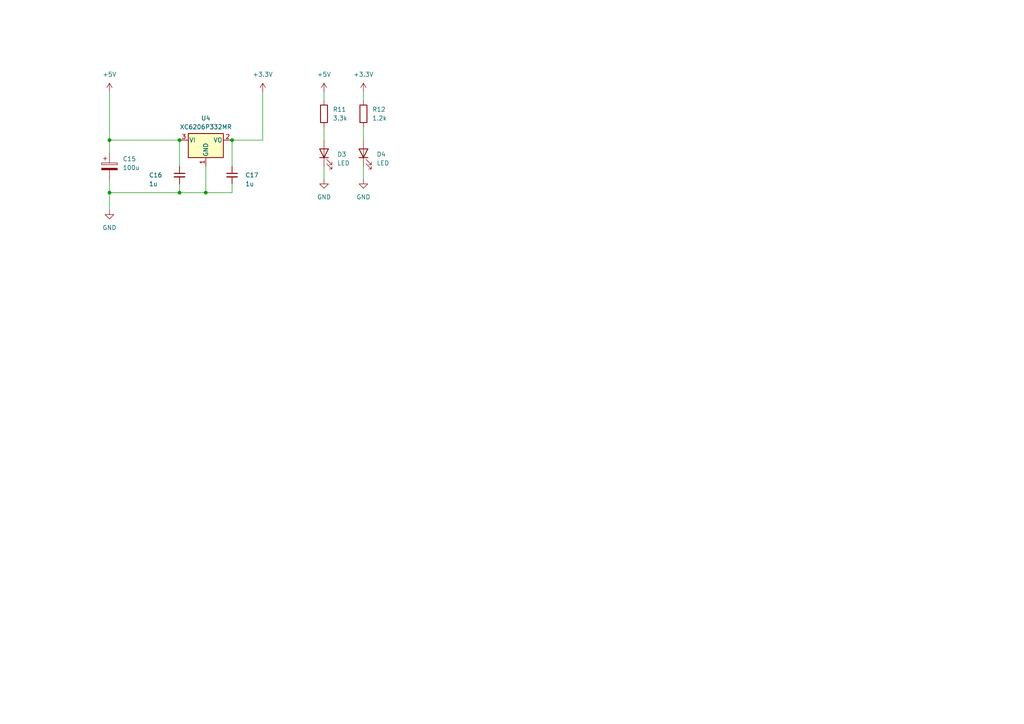
<source format=kicad_sch>
(kicad_sch (version 20230121) (generator eeschema)

  (uuid a58ec12c-fdde-4837-9b9a-1e83e0cbb2cf)

  (paper "A4")

  (lib_symbols
    (symbol "Device:C_Polarized" (pin_numbers hide) (pin_names (offset 0.254)) (in_bom yes) (on_board yes)
      (property "Reference" "C" (at 0.635 2.54 0)
        (effects (font (size 1.27 1.27)) (justify left))
      )
      (property "Value" "C_Polarized" (at 0.635 -2.54 0)
        (effects (font (size 1.27 1.27)) (justify left))
      )
      (property "Footprint" "" (at 0.9652 -3.81 0)
        (effects (font (size 1.27 1.27)) hide)
      )
      (property "Datasheet" "~" (at 0 0 0)
        (effects (font (size 1.27 1.27)) hide)
      )
      (property "ki_keywords" "cap capacitor" (at 0 0 0)
        (effects (font (size 1.27 1.27)) hide)
      )
      (property "ki_description" "Polarized capacitor" (at 0 0 0)
        (effects (font (size 1.27 1.27)) hide)
      )
      (property "ki_fp_filters" "CP_*" (at 0 0 0)
        (effects (font (size 1.27 1.27)) hide)
      )
      (symbol "C_Polarized_0_1"
        (rectangle (start -2.286 0.508) (end 2.286 1.016)
          (stroke (width 0) (type default))
          (fill (type none))
        )
        (polyline
          (pts
            (xy -1.778 2.286)
            (xy -0.762 2.286)
          )
          (stroke (width 0) (type default))
          (fill (type none))
        )
        (polyline
          (pts
            (xy -1.27 2.794)
            (xy -1.27 1.778)
          )
          (stroke (width 0) (type default))
          (fill (type none))
        )
        (rectangle (start 2.286 -0.508) (end -2.286 -1.016)
          (stroke (width 0) (type default))
          (fill (type outline))
        )
      )
      (symbol "C_Polarized_1_1"
        (pin passive line (at 0 3.81 270) (length 2.794)
          (name "~" (effects (font (size 1.27 1.27))))
          (number "1" (effects (font (size 1.27 1.27))))
        )
        (pin passive line (at 0 -3.81 90) (length 2.794)
          (name "~" (effects (font (size 1.27 1.27))))
          (number "2" (effects (font (size 1.27 1.27))))
        )
      )
    )
    (symbol "Device:C_Small" (pin_numbers hide) (pin_names (offset 0.254) hide) (in_bom yes) (on_board yes)
      (property "Reference" "C" (at 0.254 1.778 0)
        (effects (font (size 1.27 1.27)) (justify left))
      )
      (property "Value" "C_Small" (at 0.254 -2.032 0)
        (effects (font (size 1.27 1.27)) (justify left))
      )
      (property "Footprint" "" (at 0 0 0)
        (effects (font (size 1.27 1.27)) hide)
      )
      (property "Datasheet" "~" (at 0 0 0)
        (effects (font (size 1.27 1.27)) hide)
      )
      (property "ki_keywords" "capacitor cap" (at 0 0 0)
        (effects (font (size 1.27 1.27)) hide)
      )
      (property "ki_description" "Unpolarized capacitor, small symbol" (at 0 0 0)
        (effects (font (size 1.27 1.27)) hide)
      )
      (property "ki_fp_filters" "C_*" (at 0 0 0)
        (effects (font (size 1.27 1.27)) hide)
      )
      (symbol "C_Small_0_1"
        (polyline
          (pts
            (xy -1.524 -0.508)
            (xy 1.524 -0.508)
          )
          (stroke (width 0.3302) (type default))
          (fill (type none))
        )
        (polyline
          (pts
            (xy -1.524 0.508)
            (xy 1.524 0.508)
          )
          (stroke (width 0.3048) (type default))
          (fill (type none))
        )
      )
      (symbol "C_Small_1_1"
        (pin passive line (at 0 2.54 270) (length 2.032)
          (name "~" (effects (font (size 1.27 1.27))))
          (number "1" (effects (font (size 1.27 1.27))))
        )
        (pin passive line (at 0 -2.54 90) (length 2.032)
          (name "~" (effects (font (size 1.27 1.27))))
          (number "2" (effects (font (size 1.27 1.27))))
        )
      )
    )
    (symbol "Device:LED" (pin_numbers hide) (pin_names (offset 1.016) hide) (in_bom yes) (on_board yes)
      (property "Reference" "D" (at 0 2.54 0)
        (effects (font (size 1.27 1.27)))
      )
      (property "Value" "LED" (at 0 -2.54 0)
        (effects (font (size 1.27 1.27)))
      )
      (property "Footprint" "" (at 0 0 0)
        (effects (font (size 1.27 1.27)) hide)
      )
      (property "Datasheet" "~" (at 0 0 0)
        (effects (font (size 1.27 1.27)) hide)
      )
      (property "ki_keywords" "LED diode" (at 0 0 0)
        (effects (font (size 1.27 1.27)) hide)
      )
      (property "ki_description" "Light emitting diode" (at 0 0 0)
        (effects (font (size 1.27 1.27)) hide)
      )
      (property "ki_fp_filters" "LED* LED_SMD:* LED_THT:*" (at 0 0 0)
        (effects (font (size 1.27 1.27)) hide)
      )
      (symbol "LED_0_1"
        (polyline
          (pts
            (xy -1.27 -1.27)
            (xy -1.27 1.27)
          )
          (stroke (width 0.254) (type default))
          (fill (type none))
        )
        (polyline
          (pts
            (xy -1.27 0)
            (xy 1.27 0)
          )
          (stroke (width 0) (type default))
          (fill (type none))
        )
        (polyline
          (pts
            (xy 1.27 -1.27)
            (xy 1.27 1.27)
            (xy -1.27 0)
            (xy 1.27 -1.27)
          )
          (stroke (width 0.254) (type default))
          (fill (type none))
        )
        (polyline
          (pts
            (xy -3.048 -0.762)
            (xy -4.572 -2.286)
            (xy -3.81 -2.286)
            (xy -4.572 -2.286)
            (xy -4.572 -1.524)
          )
          (stroke (width 0) (type default))
          (fill (type none))
        )
        (polyline
          (pts
            (xy -1.778 -0.762)
            (xy -3.302 -2.286)
            (xy -2.54 -2.286)
            (xy -3.302 -2.286)
            (xy -3.302 -1.524)
          )
          (stroke (width 0) (type default))
          (fill (type none))
        )
      )
      (symbol "LED_1_1"
        (pin passive line (at -3.81 0 0) (length 2.54)
          (name "K" (effects (font (size 1.27 1.27))))
          (number "1" (effects (font (size 1.27 1.27))))
        )
        (pin passive line (at 3.81 0 180) (length 2.54)
          (name "A" (effects (font (size 1.27 1.27))))
          (number "2" (effects (font (size 1.27 1.27))))
        )
      )
    )
    (symbol "Device:R" (pin_numbers hide) (pin_names (offset 0)) (in_bom yes) (on_board yes)
      (property "Reference" "R" (at 2.032 0 90)
        (effects (font (size 1.27 1.27)))
      )
      (property "Value" "R" (at 0 0 90)
        (effects (font (size 1.27 1.27)))
      )
      (property "Footprint" "" (at -1.778 0 90)
        (effects (font (size 1.27 1.27)) hide)
      )
      (property "Datasheet" "~" (at 0 0 0)
        (effects (font (size 1.27 1.27)) hide)
      )
      (property "ki_keywords" "R res resistor" (at 0 0 0)
        (effects (font (size 1.27 1.27)) hide)
      )
      (property "ki_description" "Resistor" (at 0 0 0)
        (effects (font (size 1.27 1.27)) hide)
      )
      (property "ki_fp_filters" "R_*" (at 0 0 0)
        (effects (font (size 1.27 1.27)) hide)
      )
      (symbol "R_0_1"
        (rectangle (start -1.016 -2.54) (end 1.016 2.54)
          (stroke (width 0.254) (type default))
          (fill (type none))
        )
      )
      (symbol "R_1_1"
        (pin passive line (at 0 3.81 270) (length 1.27)
          (name "~" (effects (font (size 1.27 1.27))))
          (number "1" (effects (font (size 1.27 1.27))))
        )
        (pin passive line (at 0 -3.81 90) (length 1.27)
          (name "~" (effects (font (size 1.27 1.27))))
          (number "2" (effects (font (size 1.27 1.27))))
        )
      )
    )
    (symbol "Regulator_Linear:XC6206PxxxMR" (pin_names (offset 0.254)) (in_bom yes) (on_board yes)
      (property "Reference" "U" (at -3.81 3.175 0)
        (effects (font (size 1.27 1.27)))
      )
      (property "Value" "XC6206PxxxMR" (at 0 3.175 0)
        (effects (font (size 1.27 1.27)) (justify left))
      )
      (property "Footprint" "Package_TO_SOT_SMD:SOT-23-3" (at 0 5.715 0)
        (effects (font (size 1.27 1.27) italic) hide)
      )
      (property "Datasheet" "https://www.torexsemi.com/file/xc6206/XC6206.pdf" (at 0 0 0)
        (effects (font (size 1.27 1.27)) hide)
      )
      (property "ki_keywords" "Torex LDO Voltage Regulator Fixed Positive" (at 0 0 0)
        (effects (font (size 1.27 1.27)) hide)
      )
      (property "ki_description" "Positive 60-250mA Low Dropout Regulator, Fixed Output, SOT-23" (at 0 0 0)
        (effects (font (size 1.27 1.27)) hide)
      )
      (property "ki_fp_filters" "SOT?23?3*" (at 0 0 0)
        (effects (font (size 1.27 1.27)) hide)
      )
      (symbol "XC6206PxxxMR_0_1"
        (rectangle (start -5.08 1.905) (end 5.08 -5.08)
          (stroke (width 0.254) (type default))
          (fill (type background))
        )
      )
      (symbol "XC6206PxxxMR_1_1"
        (pin power_in line (at 0 -7.62 90) (length 2.54)
          (name "GND" (effects (font (size 1.27 1.27))))
          (number "1" (effects (font (size 1.27 1.27))))
        )
        (pin power_out line (at 7.62 0 180) (length 2.54)
          (name "VO" (effects (font (size 1.27 1.27))))
          (number "2" (effects (font (size 1.27 1.27))))
        )
        (pin power_in line (at -7.62 0 0) (length 2.54)
          (name "VI" (effects (font (size 1.27 1.27))))
          (number "3" (effects (font (size 1.27 1.27))))
        )
      )
    )
    (symbol "power:+3.3V" (power) (pin_names (offset 0)) (in_bom yes) (on_board yes)
      (property "Reference" "#PWR" (at 0 -3.81 0)
        (effects (font (size 1.27 1.27)) hide)
      )
      (property "Value" "+3.3V" (at 0 3.556 0)
        (effects (font (size 1.27 1.27)))
      )
      (property "Footprint" "" (at 0 0 0)
        (effects (font (size 1.27 1.27)) hide)
      )
      (property "Datasheet" "" (at 0 0 0)
        (effects (font (size 1.27 1.27)) hide)
      )
      (property "ki_keywords" "global power" (at 0 0 0)
        (effects (font (size 1.27 1.27)) hide)
      )
      (property "ki_description" "Power symbol creates a global label with name \"+3.3V\"" (at 0 0 0)
        (effects (font (size 1.27 1.27)) hide)
      )
      (symbol "+3.3V_0_1"
        (polyline
          (pts
            (xy -0.762 1.27)
            (xy 0 2.54)
          )
          (stroke (width 0) (type default))
          (fill (type none))
        )
        (polyline
          (pts
            (xy 0 0)
            (xy 0 2.54)
          )
          (stroke (width 0) (type default))
          (fill (type none))
        )
        (polyline
          (pts
            (xy 0 2.54)
            (xy 0.762 1.27)
          )
          (stroke (width 0) (type default))
          (fill (type none))
        )
      )
      (symbol "+3.3V_1_1"
        (pin power_in line (at 0 0 90) (length 0) hide
          (name "+3.3V" (effects (font (size 1.27 1.27))))
          (number "1" (effects (font (size 1.27 1.27))))
        )
      )
    )
    (symbol "power:+5V" (power) (pin_names (offset 0)) (in_bom yes) (on_board yes)
      (property "Reference" "#PWR" (at 0 -3.81 0)
        (effects (font (size 1.27 1.27)) hide)
      )
      (property "Value" "+5V" (at 0 3.556 0)
        (effects (font (size 1.27 1.27)))
      )
      (property "Footprint" "" (at 0 0 0)
        (effects (font (size 1.27 1.27)) hide)
      )
      (property "Datasheet" "" (at 0 0 0)
        (effects (font (size 1.27 1.27)) hide)
      )
      (property "ki_keywords" "global power" (at 0 0 0)
        (effects (font (size 1.27 1.27)) hide)
      )
      (property "ki_description" "Power symbol creates a global label with name \"+5V\"" (at 0 0 0)
        (effects (font (size 1.27 1.27)) hide)
      )
      (symbol "+5V_0_1"
        (polyline
          (pts
            (xy -0.762 1.27)
            (xy 0 2.54)
          )
          (stroke (width 0) (type default))
          (fill (type none))
        )
        (polyline
          (pts
            (xy 0 0)
            (xy 0 2.54)
          )
          (stroke (width 0) (type default))
          (fill (type none))
        )
        (polyline
          (pts
            (xy 0 2.54)
            (xy 0.762 1.27)
          )
          (stroke (width 0) (type default))
          (fill (type none))
        )
      )
      (symbol "+5V_1_1"
        (pin power_in line (at 0 0 90) (length 0) hide
          (name "+5V" (effects (font (size 1.27 1.27))))
          (number "1" (effects (font (size 1.27 1.27))))
        )
      )
    )
    (symbol "power:GND" (power) (pin_names (offset 0)) (in_bom yes) (on_board yes)
      (property "Reference" "#PWR" (at 0 -6.35 0)
        (effects (font (size 1.27 1.27)) hide)
      )
      (property "Value" "GND" (at 0 -3.81 0)
        (effects (font (size 1.27 1.27)))
      )
      (property "Footprint" "" (at 0 0 0)
        (effects (font (size 1.27 1.27)) hide)
      )
      (property "Datasheet" "" (at 0 0 0)
        (effects (font (size 1.27 1.27)) hide)
      )
      (property "ki_keywords" "global power" (at 0 0 0)
        (effects (font (size 1.27 1.27)) hide)
      )
      (property "ki_description" "Power symbol creates a global label with name \"GND\" , ground" (at 0 0 0)
        (effects (font (size 1.27 1.27)) hide)
      )
      (symbol "GND_0_1"
        (polyline
          (pts
            (xy 0 0)
            (xy 0 -1.27)
            (xy 1.27 -1.27)
            (xy 0 -2.54)
            (xy -1.27 -1.27)
            (xy 0 -1.27)
          )
          (stroke (width 0) (type default))
          (fill (type none))
        )
      )
      (symbol "GND_1_1"
        (pin power_in line (at 0 0 270) (length 0) hide
          (name "GND" (effects (font (size 1.27 1.27))))
          (number "1" (effects (font (size 1.27 1.27))))
        )
      )
    )
  )

  (junction (at 31.75 40.64) (diameter 0) (color 0 0 0 0)
    (uuid 08151bcb-6104-4981-b4c0-6224448dd2cd)
  )
  (junction (at 59.69 55.88) (diameter 0) (color 0 0 0 0)
    (uuid 2365cf9c-d301-4ac9-9fad-5735d6663efe)
  )
  (junction (at 31.75 55.88) (diameter 0) (color 0 0 0 0)
    (uuid 73cee10b-3bff-418d-9d20-4924aae4fbb1)
  )
  (junction (at 52.07 40.64) (diameter 0) (color 0 0 0 0)
    (uuid 8b224211-8385-408c-a384-fcbf3b0c1cd7)
  )
  (junction (at 67.31 40.64) (diameter 0) (color 0 0 0 0)
    (uuid a33d8f3b-2f1d-4035-ada6-86ba7a112229)
  )
  (junction (at 52.07 55.88) (diameter 0) (color 0 0 0 0)
    (uuid c4b67a7d-aa75-4a92-b073-46f7b78f453d)
  )

  (wire (pts (xy 105.41 36.83) (xy 105.41 40.64))
    (stroke (width 0) (type default))
    (uuid 104de713-80db-49e3-b3c7-e781e9b0af63)
  )
  (wire (pts (xy 52.07 55.88) (xy 31.75 55.88))
    (stroke (width 0) (type default))
    (uuid 1d0647b5-2007-4ec5-8c4e-1c0667f408bd)
  )
  (wire (pts (xy 31.75 40.64) (xy 31.75 44.45))
    (stroke (width 0) (type default))
    (uuid 2694f2f0-8893-47d4-b606-bf33a1a910d3)
  )
  (wire (pts (xy 31.75 52.07) (xy 31.75 55.88))
    (stroke (width 0) (type default))
    (uuid 26a84f57-a0cd-4da6-8f42-7e8c895fdf62)
  )
  (wire (pts (xy 93.98 48.26) (xy 93.98 52.07))
    (stroke (width 0) (type default))
    (uuid 352693ad-e013-4665-ba1f-f78a651cbd4d)
  )
  (wire (pts (xy 67.31 53.34) (xy 67.31 55.88))
    (stroke (width 0) (type default))
    (uuid 3842c87d-4127-42ce-a19f-22ccc174b616)
  )
  (wire (pts (xy 67.31 55.88) (xy 59.69 55.88))
    (stroke (width 0) (type default))
    (uuid 44d6eddb-75fa-4262-994a-7df595965a84)
  )
  (wire (pts (xy 76.2 40.64) (xy 67.31 40.64))
    (stroke (width 0) (type default))
    (uuid 4c743744-a943-4c80-8eb7-2875c4f9fb4d)
  )
  (wire (pts (xy 59.69 48.26) (xy 59.69 55.88))
    (stroke (width 0) (type default))
    (uuid 5f243130-940d-402d-a18e-33096d068282)
  )
  (wire (pts (xy 31.75 55.88) (xy 31.75 60.96))
    (stroke (width 0) (type default))
    (uuid 8fe5de73-6236-42fe-a5ea-dc39bfc7f122)
  )
  (wire (pts (xy 93.98 26.67) (xy 93.98 29.21))
    (stroke (width 0) (type default))
    (uuid a7f1a181-3d75-4751-9775-3273770df705)
  )
  (wire (pts (xy 31.75 26.67) (xy 31.75 40.64))
    (stroke (width 0) (type default))
    (uuid c5d8e328-0526-4bc0-b31d-0d8adbfe18cc)
  )
  (wire (pts (xy 31.75 40.64) (xy 52.07 40.64))
    (stroke (width 0) (type default))
    (uuid c6adcd30-5df1-4528-8403-3ff7239f2cfe)
  )
  (wire (pts (xy 52.07 40.64) (xy 52.07 48.26))
    (stroke (width 0) (type default))
    (uuid c704d2fd-8874-4189-b2ea-e51abb469533)
  )
  (wire (pts (xy 59.69 55.88) (xy 52.07 55.88))
    (stroke (width 0) (type default))
    (uuid c8d31881-5d9e-425e-8372-4ee6d742d6a6)
  )
  (wire (pts (xy 67.31 40.64) (xy 67.31 48.26))
    (stroke (width 0) (type default))
    (uuid cf5beb67-ab1a-447a-8f57-d06a38a583cd)
  )
  (wire (pts (xy 93.98 36.83) (xy 93.98 40.64))
    (stroke (width 0) (type default))
    (uuid d1e75179-03ae-4965-9d00-898400a1d2a5)
  )
  (wire (pts (xy 52.07 53.34) (xy 52.07 55.88))
    (stroke (width 0) (type default))
    (uuid db11646d-fb43-448e-a017-0ee3eba76d04)
  )
  (wire (pts (xy 76.2 26.67) (xy 76.2 40.64))
    (stroke (width 0) (type default))
    (uuid e3f5dd63-89a7-4ca7-96b3-7174ff382663)
  )
  (wire (pts (xy 105.41 26.67) (xy 105.41 29.21))
    (stroke (width 0) (type default))
    (uuid eeeb8a26-e7cb-410e-a33f-a4c9d58d3246)
  )
  (wire (pts (xy 105.41 48.26) (xy 105.41 52.07))
    (stroke (width 0) (type default))
    (uuid f0c77352-8afa-402f-a6ea-7261c90260e8)
  )

  (symbol (lib_id "power:GND") (at 105.41 52.07 0) (unit 1)
    (in_bom yes) (on_board yes) (dnp no) (fields_autoplaced)
    (uuid 0eb8542a-8127-40d9-8f28-e83747cb4714)
    (property "Reference" "#PWR034" (at 105.41 58.42 0)
      (effects (font (size 1.27 1.27)) hide)
    )
    (property "Value" "GND" (at 105.41 57.15 0)
      (effects (font (size 1.27 1.27)))
    )
    (property "Footprint" "" (at 105.41 52.07 0)
      (effects (font (size 1.27 1.27)) hide)
    )
    (property "Datasheet" "" (at 105.41 52.07 0)
      (effects (font (size 1.27 1.27)) hide)
    )
    (pin "1" (uuid 7857ca04-a0f6-4eb9-8080-fbde37ae2480))
    (instances
      (project "tsukuba_challenge"
        (path "/55f88ae9-9831-47be-a185-734020e38c84/e06149c2-c1e9-4f0e-85ba-d98bc223faee"
          (reference "#PWR034") (unit 1)
        )
      )
      (project "aif_io"
        (path "/9a9f4147-6bcd-4827-a5d0-695037b8e97b/432b3ace-d48f-48cf-80c3-5acb0b1236ed"
          (reference "#PWR039") (unit 1)
        )
      )
    )
  )

  (symbol (lib_id "Device:R") (at 93.98 33.02 0) (unit 1)
    (in_bom yes) (on_board yes) (dnp no) (fields_autoplaced)
    (uuid 41296c09-42e1-417c-aa39-6f1294396c7b)
    (property "Reference" "R11" (at 96.52 31.75 0)
      (effects (font (size 1.27 1.27)) (justify left))
    )
    (property "Value" "3.3k" (at 96.52 34.29 0)
      (effects (font (size 1.27 1.27)) (justify left))
    )
    (property "Footprint" "Resistor_SMD:R_0603_1608Metric" (at 92.202 33.02 90)
      (effects (font (size 1.27 1.27)) hide)
    )
    (property "Datasheet" "~" (at 93.98 33.02 0)
      (effects (font (size 1.27 1.27)) hide)
    )
    (property "LCSC" "C22978" (at 93.98 33.02 0)
      (effects (font (size 1.27 1.27)) hide)
    )
    (pin "1" (uuid 2dbfabe9-fae1-4cc6-a1b3-adb0e93a546c))
    (pin "2" (uuid d0427ada-c0a4-490e-984a-aaa1eea85631))
    (instances
      (project "tsukuba_challenge"
        (path "/55f88ae9-9831-47be-a185-734020e38c84/e06149c2-c1e9-4f0e-85ba-d98bc223faee"
          (reference "R11") (unit 1)
        )
      )
      (project "aif_io"
        (path "/9a9f4147-6bcd-4827-a5d0-695037b8e97b/432b3ace-d48f-48cf-80c3-5acb0b1236ed"
          (reference "R12") (unit 1)
        )
      )
    )
  )

  (symbol (lib_id "power:GND") (at 31.75 60.96 0) (unit 1)
    (in_bom yes) (on_board yes) (dnp no) (fields_autoplaced)
    (uuid 41fbd1e9-b5bc-4eeb-b726-1a10d74a8cf1)
    (property "Reference" "#PWR031" (at 31.75 67.31 0)
      (effects (font (size 1.27 1.27)) hide)
    )
    (property "Value" "GND" (at 31.75 66.04 0)
      (effects (font (size 1.27 1.27)))
    )
    (property "Footprint" "" (at 31.75 60.96 0)
      (effects (font (size 1.27 1.27)) hide)
    )
    (property "Datasheet" "" (at 31.75 60.96 0)
      (effects (font (size 1.27 1.27)) hide)
    )
    (pin "1" (uuid 0554bec1-cc35-4ea4-af03-c12853a71548))
    (instances
      (project "aif_io"
        (path "/9a9f4147-6bcd-4827-a5d0-695037b8e97b/432b3ace-d48f-48cf-80c3-5acb0b1236ed"
          (reference "#PWR031") (unit 1)
        )
      )
    )
  )

  (symbol (lib_id "Device:R") (at 105.41 33.02 0) (unit 1)
    (in_bom yes) (on_board yes) (dnp no) (fields_autoplaced)
    (uuid 49bf1a58-3026-495a-abf5-4c4039301098)
    (property "Reference" "R12" (at 107.95 31.75 0)
      (effects (font (size 1.27 1.27)) (justify left))
    )
    (property "Value" "1.2k" (at 107.95 34.29 0)
      (effects (font (size 1.27 1.27)) (justify left))
    )
    (property "Footprint" "Resistor_SMD:R_0603_1608Metric" (at 103.632 33.02 90)
      (effects (font (size 1.27 1.27)) hide)
    )
    (property "Datasheet" "~" (at 105.41 33.02 0)
      (effects (font (size 1.27 1.27)) hide)
    )
    (property "LCSC" "C22765" (at 105.41 33.02 0)
      (effects (font (size 1.27 1.27)) hide)
    )
    (pin "1" (uuid caf2c918-21ef-4b01-af76-faccbad7f1b9))
    (pin "2" (uuid ecc3f448-fec2-4f38-a142-21ca678fa7c1))
    (instances
      (project "tsukuba_challenge"
        (path "/55f88ae9-9831-47be-a185-734020e38c84/e06149c2-c1e9-4f0e-85ba-d98bc223faee"
          (reference "R12") (unit 1)
        )
      )
      (project "aif_io"
        (path "/9a9f4147-6bcd-4827-a5d0-695037b8e97b/432b3ace-d48f-48cf-80c3-5acb0b1236ed"
          (reference "R13") (unit 1)
        )
      )
    )
  )

  (symbol (lib_id "power:+5V") (at 93.98 26.67 0) (unit 1)
    (in_bom yes) (on_board yes) (dnp no) (fields_autoplaced)
    (uuid 55b7ae4f-d9d7-403f-8e0e-13a612010b69)
    (property "Reference" "#PWR027" (at 93.98 30.48 0)
      (effects (font (size 1.27 1.27)) hide)
    )
    (property "Value" "+5V" (at 93.98 21.59 0)
      (effects (font (size 1.27 1.27)))
    )
    (property "Footprint" "" (at 93.98 26.67 0)
      (effects (font (size 1.27 1.27)) hide)
    )
    (property "Datasheet" "" (at 93.98 26.67 0)
      (effects (font (size 1.27 1.27)) hide)
    )
    (pin "1" (uuid e0e7203a-542d-4b78-9d85-952a88a7d538))
    (instances
      (project "tsukuba_challenge"
        (path "/55f88ae9-9831-47be-a185-734020e38c84/e06149c2-c1e9-4f0e-85ba-d98bc223faee"
          (reference "#PWR027") (unit 1)
        )
      )
      (project "aif_io"
        (path "/9a9f4147-6bcd-4827-a5d0-695037b8e97b/432b3ace-d48f-48cf-80c3-5acb0b1236ed"
          (reference "#PWR036") (unit 1)
        )
      )
    )
  )

  (symbol (lib_id "Device:LED") (at 105.41 44.45 90) (unit 1)
    (in_bom yes) (on_board yes) (dnp no) (fields_autoplaced)
    (uuid 75ac91eb-4afb-42e2-9193-2a4a015ca697)
    (property "Reference" "D4" (at 109.22 44.7675 90)
      (effects (font (size 1.27 1.27)) (justify right))
    )
    (property "Value" "LED" (at 109.22 47.3075 90)
      (effects (font (size 1.27 1.27)) (justify right))
    )
    (property "Footprint" "LED_SMD:LED_0603_1608Metric" (at 105.41 44.45 0)
      (effects (font (size 1.27 1.27)) hide)
    )
    (property "Datasheet" "~" (at 105.41 44.45 0)
      (effects (font (size 1.27 1.27)) hide)
    )
    (property "LCSC" "C2286" (at 105.41 44.45 0)
      (effects (font (size 1.27 1.27)) hide)
    )
    (pin "1" (uuid 9e17b2bf-a3aa-423d-815f-0ca42fc743a6))
    (pin "2" (uuid de58d38f-3cb8-4aa8-bdfe-b5df5493ab73))
    (instances
      (project "tsukuba_challenge"
        (path "/55f88ae9-9831-47be-a185-734020e38c84/e06149c2-c1e9-4f0e-85ba-d98bc223faee"
          (reference "D4") (unit 1)
        )
      )
      (project "aif_io"
        (path "/9a9f4147-6bcd-4827-a5d0-695037b8e97b/432b3ace-d48f-48cf-80c3-5acb0b1236ed"
          (reference "D4") (unit 1)
        )
      )
    )
  )

  (symbol (lib_id "Device:C_Small") (at 52.07 50.8 0) (unit 1)
    (in_bom yes) (on_board yes) (dnp no)
    (uuid 75ea944e-1ff4-4b3b-818c-66a6066a03af)
    (property "Reference" "C16" (at 43.18 50.8 0)
      (effects (font (size 1.27 1.27)) (justify left))
    )
    (property "Value" "1u" (at 43.18 53.34 0)
      (effects (font (size 1.27 1.27)) (justify left))
    )
    (property "Footprint" "Capacitor_SMD:C_0603_1608Metric" (at 52.07 50.8 0)
      (effects (font (size 1.27 1.27)) hide)
    )
    (property "Datasheet" "~" (at 52.07 50.8 0)
      (effects (font (size 1.27 1.27)) hide)
    )
    (property "LCSC" "C15849" (at 52.07 50.8 0)
      (effects (font (size 1.27 1.27)) hide)
    )
    (pin "1" (uuid ad32a329-cd99-49c4-a8ff-bdcb77604ad1))
    (pin "2" (uuid 94089b26-d117-4a53-9171-234af3174a79))
    (instances
      (project "tsukuba_challenge"
        (path "/55f88ae9-9831-47be-a185-734020e38c84/e06149c2-c1e9-4f0e-85ba-d98bc223faee"
          (reference "C16") (unit 1)
        )
      )
      (project "aif_io"
        (path "/9a9f4147-6bcd-4827-a5d0-695037b8e97b/432b3ace-d48f-48cf-80c3-5acb0b1236ed"
          (reference "C17") (unit 1)
        )
      )
    )
  )

  (symbol (lib_id "power:+3.3V") (at 105.41 26.67 0) (unit 1)
    (in_bom yes) (on_board yes) (dnp no) (fields_autoplaced)
    (uuid 9130cbf7-b2e0-48f1-ae53-b619b768effd)
    (property "Reference" "#PWR028" (at 105.41 30.48 0)
      (effects (font (size 1.27 1.27)) hide)
    )
    (property "Value" "+3.3V" (at 105.41 21.59 0)
      (effects (font (size 1.27 1.27)))
    )
    (property "Footprint" "" (at 105.41 26.67 0)
      (effects (font (size 1.27 1.27)) hide)
    )
    (property "Datasheet" "" (at 105.41 26.67 0)
      (effects (font (size 1.27 1.27)) hide)
    )
    (pin "1" (uuid 3543c22c-1d18-4146-882e-f4353eeed904))
    (instances
      (project "tsukuba_challenge"
        (path "/55f88ae9-9831-47be-a185-734020e38c84/e06149c2-c1e9-4f0e-85ba-d98bc223faee"
          (reference "#PWR028") (unit 1)
        )
      )
      (project "aif_io"
        (path "/9a9f4147-6bcd-4827-a5d0-695037b8e97b/432b3ace-d48f-48cf-80c3-5acb0b1236ed"
          (reference "#PWR038") (unit 1)
        )
      )
    )
  )

  (symbol (lib_id "power:+5V") (at 31.75 26.67 0) (unit 1)
    (in_bom yes) (on_board yes) (dnp no) (fields_autoplaced)
    (uuid 9844a42d-2a0a-4996-af50-71b17cdfbbf8)
    (property "Reference" "#PWR030" (at 31.75 30.48 0)
      (effects (font (size 1.27 1.27)) hide)
    )
    (property "Value" "+5V" (at 31.75 21.59 0)
      (effects (font (size 1.27 1.27)))
    )
    (property "Footprint" "" (at 31.75 26.67 0)
      (effects (font (size 1.27 1.27)) hide)
    )
    (property "Datasheet" "" (at 31.75 26.67 0)
      (effects (font (size 1.27 1.27)) hide)
    )
    (pin "1" (uuid 597df8a2-1932-4ca9-9a06-3a741705addd))
    (instances
      (project "tsukuba_challenge"
        (path "/55f88ae9-9831-47be-a185-734020e38c84/e06149c2-c1e9-4f0e-85ba-d98bc223faee"
          (reference "#PWR030") (unit 1)
        )
      )
      (project "aif_io"
        (path "/9a9f4147-6bcd-4827-a5d0-695037b8e97b/432b3ace-d48f-48cf-80c3-5acb0b1236ed"
          (reference "#PWR032") (unit 1)
        )
      )
    )
  )

  (symbol (lib_id "power:GND") (at 93.98 52.07 0) (unit 1)
    (in_bom yes) (on_board yes) (dnp no) (fields_autoplaced)
    (uuid 98dbc21f-405f-4650-bc35-f64ee28c70da)
    (property "Reference" "#PWR033" (at 93.98 58.42 0)
      (effects (font (size 1.27 1.27)) hide)
    )
    (property "Value" "GND" (at 93.98 57.15 0)
      (effects (font (size 1.27 1.27)))
    )
    (property "Footprint" "" (at 93.98 52.07 0)
      (effects (font (size 1.27 1.27)) hide)
    )
    (property "Datasheet" "" (at 93.98 52.07 0)
      (effects (font (size 1.27 1.27)) hide)
    )
    (pin "1" (uuid bff2bb41-ae55-41ca-9b1c-189ad099d295))
    (instances
      (project "tsukuba_challenge"
        (path "/55f88ae9-9831-47be-a185-734020e38c84/e06149c2-c1e9-4f0e-85ba-d98bc223faee"
          (reference "#PWR033") (unit 1)
        )
      )
      (project "aif_io"
        (path "/9a9f4147-6bcd-4827-a5d0-695037b8e97b/432b3ace-d48f-48cf-80c3-5acb0b1236ed"
          (reference "#PWR037") (unit 1)
        )
      )
    )
  )

  (symbol (lib_id "Regulator_Linear:XC6206PxxxMR") (at 59.69 40.64 0) (unit 1)
    (in_bom yes) (on_board yes) (dnp no) (fields_autoplaced)
    (uuid 9d482398-e159-4fbd-94ae-e99c9f633ff0)
    (property "Reference" "U4" (at 59.69 34.29 0)
      (effects (font (size 1.27 1.27)))
    )
    (property "Value" "XC6206P332MR" (at 59.69 36.83 0)
      (effects (font (size 1.27 1.27)))
    )
    (property "Footprint" "Package_TO_SOT_SMD:SOT-23-3" (at 59.69 34.925 0)
      (effects (font (size 1.27 1.27) italic) hide)
    )
    (property "Datasheet" "https://www.torexsemi.com/file/xc6206/XC6206.pdf" (at 59.69 40.64 0)
      (effects (font (size 1.27 1.27)) hide)
    )
    (property "LCSC" "C5446" (at 59.69 40.64 0)
      (effects (font (size 1.27 1.27)) hide)
    )
    (pin "1" (uuid 0dd771f9-79fc-4ba5-8e6c-b7fcba9073d5))
    (pin "2" (uuid d40fdc7a-df5f-4630-9f45-ccc07591e445))
    (pin "3" (uuid 9e67cf56-543c-43a7-b505-a2c7c9281ad4))
    (instances
      (project "tsukuba_challenge"
        (path "/55f88ae9-9831-47be-a185-734020e38c84/e06149c2-c1e9-4f0e-85ba-d98bc223faee"
          (reference "U4") (unit 1)
        )
      )
      (project "aif_io"
        (path "/9a9f4147-6bcd-4827-a5d0-695037b8e97b/432b3ace-d48f-48cf-80c3-5acb0b1236ed"
          (reference "U4") (unit 1)
        )
      )
    )
  )

  (symbol (lib_id "Device:C_Polarized") (at 31.75 48.26 0) (unit 1)
    (in_bom yes) (on_board yes) (dnp no) (fields_autoplaced)
    (uuid b47da33d-f197-47f1-aab7-61c21af733cd)
    (property "Reference" "C15" (at 35.56 46.101 0)
      (effects (font (size 1.27 1.27)) (justify left))
    )
    (property "Value" "100u" (at 35.56 48.641 0)
      (effects (font (size 1.27 1.27)) (justify left))
    )
    (property "Footprint" "Capacitor_THT:C_Radial_D6.3mm_H11.0mm_P2.50mm" (at 32.7152 52.07 0)
      (effects (font (size 1.27 1.27)) hide)
    )
    (property "Datasheet" "~" (at 31.75 48.26 0)
      (effects (font (size 1.27 1.27)) hide)
    )
    (pin "1" (uuid 025857a0-25dd-4900-ab25-eea2bacd415a))
    (pin "2" (uuid 470fb50b-1216-47c6-a3d1-ca7698054b50))
    (instances
      (project "aif_io"
        (path "/9a9f4147-6bcd-4827-a5d0-695037b8e97b/432b3ace-d48f-48cf-80c3-5acb0b1236ed"
          (reference "C15") (unit 1)
        )
      )
    )
  )

  (symbol (lib_id "Device:C_Small") (at 67.31 50.8 0) (unit 1)
    (in_bom yes) (on_board yes) (dnp no)
    (uuid dca31a28-5fb5-4be0-bb7c-2968bab23d30)
    (property "Reference" "C17" (at 71.12 50.8 0)
      (effects (font (size 1.27 1.27)) (justify left))
    )
    (property "Value" "1u" (at 71.12 53.34 0)
      (effects (font (size 1.27 1.27)) (justify left))
    )
    (property "Footprint" "Capacitor_SMD:C_0603_1608Metric" (at 67.31 50.8 0)
      (effects (font (size 1.27 1.27)) hide)
    )
    (property "Datasheet" "~" (at 67.31 50.8 0)
      (effects (font (size 1.27 1.27)) hide)
    )
    (property "LCSC" "C15849" (at 67.31 50.8 0)
      (effects (font (size 1.27 1.27)) hide)
    )
    (pin "1" (uuid d8d6ea88-615a-4b46-9d95-b063c4e78746))
    (pin "2" (uuid 7e2bb3c7-8886-4725-b5ec-673f9eca0de9))
    (instances
      (project "tsukuba_challenge"
        (path "/55f88ae9-9831-47be-a185-734020e38c84/e06149c2-c1e9-4f0e-85ba-d98bc223faee"
          (reference "C17") (unit 1)
        )
      )
      (project "aif_io"
        (path "/9a9f4147-6bcd-4827-a5d0-695037b8e97b/432b3ace-d48f-48cf-80c3-5acb0b1236ed"
          (reference "C18") (unit 1)
        )
      )
    )
  )

  (symbol (lib_id "power:+3.3V") (at 76.2 26.67 0) (unit 1)
    (in_bom yes) (on_board yes) (dnp no) (fields_autoplaced)
    (uuid df9f19eb-db0b-44ce-97ed-dcccfd8d22dc)
    (property "Reference" "#PWR031" (at 76.2 30.48 0)
      (effects (font (size 1.27 1.27)) hide)
    )
    (property "Value" "+3.3V" (at 76.2 21.59 0)
      (effects (font (size 1.27 1.27)))
    )
    (property "Footprint" "" (at 76.2 26.67 0)
      (effects (font (size 1.27 1.27)) hide)
    )
    (property "Datasheet" "" (at 76.2 26.67 0)
      (effects (font (size 1.27 1.27)) hide)
    )
    (pin "1" (uuid 9281426f-14ef-4c8a-874c-a63439b8e526))
    (instances
      (project "tsukuba_challenge"
        (path "/55f88ae9-9831-47be-a185-734020e38c84/e06149c2-c1e9-4f0e-85ba-d98bc223faee"
          (reference "#PWR031") (unit 1)
        )
      )
      (project "aif_io"
        (path "/9a9f4147-6bcd-4827-a5d0-695037b8e97b/432b3ace-d48f-48cf-80c3-5acb0b1236ed"
          (reference "#PWR033") (unit 1)
        )
      )
    )
  )

  (symbol (lib_id "Device:LED") (at 93.98 44.45 90) (unit 1)
    (in_bom yes) (on_board yes) (dnp no) (fields_autoplaced)
    (uuid ea92eec3-70e2-4e58-86f0-54d98f53f277)
    (property "Reference" "D3" (at 97.79 44.7675 90)
      (effects (font (size 1.27 1.27)) (justify right))
    )
    (property "Value" "LED" (at 97.79 47.3075 90)
      (effects (font (size 1.27 1.27)) (justify right))
    )
    (property "Footprint" "LED_SMD:LED_0603_1608Metric" (at 93.98 44.45 0)
      (effects (font (size 1.27 1.27)) hide)
    )
    (property "Datasheet" "~" (at 93.98 44.45 0)
      (effects (font (size 1.27 1.27)) hide)
    )
    (property "LCSC" "C2286" (at 93.98 44.45 0)
      (effects (font (size 1.27 1.27)) hide)
    )
    (pin "1" (uuid 45081d77-4765-4827-a1b0-36db1a2158ea))
    (pin "2" (uuid b4bf9db1-3d20-4970-9c31-413b727bb14d))
    (instances
      (project "tsukuba_challenge"
        (path "/55f88ae9-9831-47be-a185-734020e38c84/e06149c2-c1e9-4f0e-85ba-d98bc223faee"
          (reference "D3") (unit 1)
        )
      )
      (project "aif_io"
        (path "/9a9f4147-6bcd-4827-a5d0-695037b8e97b/432b3ace-d48f-48cf-80c3-5acb0b1236ed"
          (reference "D3") (unit 1)
        )
      )
    )
  )
)

</source>
